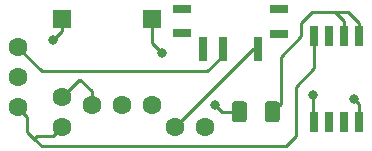
<source format=gbr>
G04 #@! TF.GenerationSoftware,KiCad,Pcbnew,5.0.2+dfsg1-1~bpo9+1*
G04 #@! TF.CreationDate,2019-09-09T18:37:33+01:00*
G04 #@! TF.ProjectId,smart_glasses_tv_b_gone,736d6172-745f-4676-9c61-737365735f74,rev?*
G04 #@! TF.SameCoordinates,Original*
G04 #@! TF.FileFunction,Copper,L1,Top*
G04 #@! TF.FilePolarity,Positive*
%FSLAX46Y46*%
G04 Gerber Fmt 4.6, Leading zero omitted, Abs format (unit mm)*
G04 Created by KiCad (PCBNEW 5.0.2+dfsg1-1~bpo9+1) date Mon 09 Sep 2019 18:37:33 BST*
%MOMM*%
%LPD*%
G01*
G04 APERTURE LIST*
G04 #@! TA.AperFunction,Conductor*
%ADD10C,0.100000*%
G04 #@! TD*
G04 #@! TA.AperFunction,SMDPad,CuDef*
%ADD11C,1.250000*%
G04 #@! TD*
G04 #@! TA.AperFunction,SMDPad,CuDef*
%ADD12R,0.800000X2.000000*%
G04 #@! TD*
G04 #@! TA.AperFunction,SMDPad,CuDef*
%ADD13R,1.500000X0.800000*%
G04 #@! TD*
G04 #@! TA.AperFunction,SMDPad,CuDef*
%ADD14R,1.524000X1.524000*%
G04 #@! TD*
G04 #@! TA.AperFunction,SMDPad,CuDef*
%ADD15R,0.650000X1.700000*%
G04 #@! TD*
G04 #@! TA.AperFunction,ComponentPad*
%ADD16C,1.600000*%
G04 #@! TD*
G04 #@! TA.AperFunction,ViaPad*
%ADD17C,0.800000*%
G04 #@! TD*
G04 #@! TA.AperFunction,Conductor*
%ADD18C,0.250000*%
G04 #@! TD*
G04 APERTURE END LIST*
D10*
G04 #@! TO.N,Net-(R1-Pad1)*
G04 #@! TO.C,150*
G36*
X133730104Y-80368104D02*
X133754373Y-80371704D01*
X133778171Y-80377665D01*
X133801271Y-80385930D01*
X133823449Y-80396420D01*
X133844493Y-80409033D01*
X133864198Y-80423647D01*
X133882377Y-80440123D01*
X133898853Y-80458302D01*
X133913467Y-80478007D01*
X133926080Y-80499051D01*
X133936570Y-80521229D01*
X133944835Y-80544329D01*
X133950796Y-80568127D01*
X133954396Y-80592396D01*
X133955600Y-80616900D01*
X133955600Y-81866900D01*
X133954396Y-81891404D01*
X133950796Y-81915673D01*
X133944835Y-81939471D01*
X133936570Y-81962571D01*
X133926080Y-81984749D01*
X133913467Y-82005793D01*
X133898853Y-82025498D01*
X133882377Y-82043677D01*
X133864198Y-82060153D01*
X133844493Y-82074767D01*
X133823449Y-82087380D01*
X133801271Y-82097870D01*
X133778171Y-82106135D01*
X133754373Y-82112096D01*
X133730104Y-82115696D01*
X133705600Y-82116900D01*
X132955600Y-82116900D01*
X132931096Y-82115696D01*
X132906827Y-82112096D01*
X132883029Y-82106135D01*
X132859929Y-82097870D01*
X132837751Y-82087380D01*
X132816707Y-82074767D01*
X132797002Y-82060153D01*
X132778823Y-82043677D01*
X132762347Y-82025498D01*
X132747733Y-82005793D01*
X132735120Y-81984749D01*
X132724630Y-81962571D01*
X132716365Y-81939471D01*
X132710404Y-81915673D01*
X132706804Y-81891404D01*
X132705600Y-81866900D01*
X132705600Y-80616900D01*
X132706804Y-80592396D01*
X132710404Y-80568127D01*
X132716365Y-80544329D01*
X132724630Y-80521229D01*
X132735120Y-80499051D01*
X132747733Y-80478007D01*
X132762347Y-80458302D01*
X132778823Y-80440123D01*
X132797002Y-80423647D01*
X132816707Y-80409033D01*
X132837751Y-80396420D01*
X132859929Y-80385930D01*
X132883029Y-80377665D01*
X132906827Y-80371704D01*
X132931096Y-80368104D01*
X132955600Y-80366900D01*
X133705600Y-80366900D01*
X133730104Y-80368104D01*
X133730104Y-80368104D01*
G37*
D11*
G04 #@! TD*
G04 #@! TO.P,150,1*
G04 #@! TO.N,Net-(R1-Pad1)*
X133330600Y-81241900D03*
D10*
G04 #@! TO.N,Net-(Q1-Pad1)*
G04 #@! TO.C,150*
G36*
X130930104Y-80368104D02*
X130954373Y-80371704D01*
X130978171Y-80377665D01*
X131001271Y-80385930D01*
X131023449Y-80396420D01*
X131044493Y-80409033D01*
X131064198Y-80423647D01*
X131082377Y-80440123D01*
X131098853Y-80458302D01*
X131113467Y-80478007D01*
X131126080Y-80499051D01*
X131136570Y-80521229D01*
X131144835Y-80544329D01*
X131150796Y-80568127D01*
X131154396Y-80592396D01*
X131155600Y-80616900D01*
X131155600Y-81866900D01*
X131154396Y-81891404D01*
X131150796Y-81915673D01*
X131144835Y-81939471D01*
X131136570Y-81962571D01*
X131126080Y-81984749D01*
X131113467Y-82005793D01*
X131098853Y-82025498D01*
X131082377Y-82043677D01*
X131064198Y-82060153D01*
X131044493Y-82074767D01*
X131023449Y-82087380D01*
X131001271Y-82097870D01*
X130978171Y-82106135D01*
X130954373Y-82112096D01*
X130930104Y-82115696D01*
X130905600Y-82116900D01*
X130155600Y-82116900D01*
X130131096Y-82115696D01*
X130106827Y-82112096D01*
X130083029Y-82106135D01*
X130059929Y-82097870D01*
X130037751Y-82087380D01*
X130016707Y-82074767D01*
X129997002Y-82060153D01*
X129978823Y-82043677D01*
X129962347Y-82025498D01*
X129947733Y-82005793D01*
X129935120Y-81984749D01*
X129924630Y-81962571D01*
X129916365Y-81939471D01*
X129910404Y-81915673D01*
X129906804Y-81891404D01*
X129905600Y-81866900D01*
X129905600Y-80616900D01*
X129906804Y-80592396D01*
X129910404Y-80568127D01*
X129916365Y-80544329D01*
X129924630Y-80521229D01*
X129935120Y-80499051D01*
X129947733Y-80478007D01*
X129962347Y-80458302D01*
X129978823Y-80440123D01*
X129997002Y-80423647D01*
X130016707Y-80409033D01*
X130037751Y-80396420D01*
X130059929Y-80385930D01*
X130083029Y-80377665D01*
X130106827Y-80371704D01*
X130131096Y-80368104D01*
X130155600Y-80366900D01*
X130905600Y-80366900D01*
X130930104Y-80368104D01*
X130930104Y-80368104D01*
G37*
D11*
G04 #@! TD*
G04 #@! TO.P,150,2*
G04 #@! TO.N,Net-(Q1-Pad1)*
X130530600Y-81241900D03*
D12*
G04 #@! TO.P,SW1,1*
G04 #@! TO.N,Net-(SW1-Pad1)*
X132130800Y-75946000D03*
G04 #@! TO.P,SW1,3*
G04 #@! TO.N,N/C*
X127419100Y-75946000D03*
G04 #@! TO.P,SW1,2*
G04 #@! TO.N,Net-(SW1-Pad2)*
X129120900Y-75946000D03*
D13*
G04 #@! TO.P,SW1,4*
G04 #@! TO.N,N/C*
X125691900Y-74612500D03*
X125704600Y-72504300D03*
X133858000Y-74625200D03*
X133858000Y-72504300D03*
G04 #@! TD*
D14*
G04 #@! TO.P,SW2,1*
G04 #@! TO.N,Net-(SW2-Pad1)*
X123101100Y-73393300D03*
G04 #@! TO.P,SW2,2*
G04 #@! TO.N,Net-(Q1-Pad2)*
X115481100Y-73393300D03*
G04 #@! TD*
D15*
G04 #@! TO.P,U1,1*
G04 #@! TO.N,Net-(SW2-Pad1)*
X136880600Y-82136000D03*
G04 #@! TO.P,U1,2*
G04 #@! TO.N,Net-(U1-Pad2)*
X138150600Y-82136000D03*
G04 #@! TO.P,U1,3*
G04 #@! TO.N,Net-(U1-Pad3)*
X139420600Y-82136000D03*
G04 #@! TO.P,U1,4*
G04 #@! TO.N,Net-(Q1-Pad2)*
X140690600Y-82136000D03*
G04 #@! TO.P,U1,5*
G04 #@! TO.N,Net-(R1-Pad1)*
X140690600Y-74836000D03*
G04 #@! TO.P,U1,6*
X139420600Y-74836000D03*
G04 #@! TO.P,U1,7*
G04 #@! TO.N,Net-(U1-Pad7)*
X138150600Y-74836000D03*
G04 #@! TO.P,U1,8*
G04 #@! TO.N,Net-(D1-Pad2)*
X136880600Y-74836000D03*
G04 #@! TD*
D16*
G04 #@! TO.P,U4,1*
G04 #@! TO.N,Net-(Q1-Pad2)*
X127660400Y-82524600D03*
G04 #@! TO.P,U4,2*
G04 #@! TO.N,Net-(SW1-Pad1)*
X125120400Y-82524600D03*
G04 #@! TD*
G04 #@! TO.P,D1,2*
G04 #@! TO.N,Net-(D1-Pad2)*
X115544600Y-82494120D03*
G04 #@! TO.P,D1,1*
G04 #@! TO.N,Net-(D1-Pad1)*
X115544600Y-79959200D03*
G04 #@! TD*
G04 #@! TO.P,Q1,1*
G04 #@! TO.N,Net-(Q1-Pad1)*
X120573800Y-80657700D03*
G04 #@! TO.P,Q1,2*
G04 #@! TO.N,Net-(Q1-Pad2)*
X123113800Y-80657700D03*
G04 #@! TO.P,Q1,3*
G04 #@! TO.N,Net-(D1-Pad1)*
X118033800Y-80657700D03*
G04 #@! TD*
G04 #@! TO.P,U2,1*
G04 #@! TO.N,Net-(SW1-Pad2)*
X111823500Y-75793600D03*
G04 #@! TO.P,U2,2*
G04 #@! TO.N,Net-(Q1-Pad2)*
X111823500Y-78333600D03*
G04 #@! TO.P,U2,3*
G04 #@! TO.N,Net-(D1-Pad2)*
X111823500Y-80873600D03*
G04 #@! TD*
D17*
G04 #@! TO.N,Net-(Q1-Pad1)*
X128485900Y-80657700D03*
G04 #@! TO.N,Net-(Q1-Pad2)*
X114757200Y-75158600D03*
X140271500Y-80149700D03*
G04 #@! TO.N,Net-(SW2-Pad1)*
X123977400Y-76263500D03*
X136791700Y-79794100D03*
G04 #@! TD*
D18*
G04 #@! TO.N,Net-(D1-Pad1)*
X118033800Y-79526330D02*
X117081300Y-78573830D01*
X118033800Y-80657700D02*
X118033800Y-79526330D01*
X116929970Y-78573830D02*
X115544600Y-79959200D01*
X117081300Y-78573830D02*
X116929970Y-78573830D01*
G04 #@! TO.N,Net-(SW1-Pad2)*
X129120900Y-76546000D02*
X127841300Y-77825600D01*
X129120900Y-75946000D02*
X129120900Y-76546000D01*
X113792000Y-77825600D02*
X111785400Y-75819000D01*
X127841300Y-77825600D02*
X113792000Y-77825600D01*
G04 #@! TO.N,Net-(SW1-Pad1)*
X131699000Y-75946000D02*
X132130800Y-75946000D01*
X125120400Y-82524600D02*
X131699000Y-75946000D01*
G04 #@! TO.N,Net-(Q1-Pad1)*
X129070100Y-81241900D02*
X128485900Y-80657700D01*
X130530600Y-81241900D02*
X129070100Y-81241900D01*
G04 #@! TO.N,Net-(Q1-Pad2)*
X115481100Y-74434700D02*
X114757200Y-75158600D01*
X115481100Y-73393300D02*
X115481100Y-74434700D01*
X140690600Y-80568800D02*
X140271500Y-80149700D01*
X140690600Y-82136000D02*
X140690600Y-80568800D01*
G04 #@! TO.N,Net-(D1-Pad2)*
X112585399Y-81698999D02*
X112585399Y-82918199D01*
X111785400Y-80899000D02*
X112585399Y-81698999D01*
X113804700Y-84137500D02*
X134467600Y-84137500D01*
X134467600Y-84137500D02*
X135331200Y-83273900D01*
X135331200Y-83273900D02*
X135331200Y-79121000D01*
X136880600Y-77571600D02*
X136880600Y-74836000D01*
X135331200Y-79121000D02*
X136880600Y-77571600D01*
X114744601Y-83294119D02*
X113403481Y-83294119D01*
X115544600Y-82494120D02*
X114744601Y-83294119D01*
X112585399Y-82918199D02*
X113182400Y-83515200D01*
X113403481Y-83294119D02*
X113182400Y-83515200D01*
X113182400Y-83515200D02*
X113804700Y-84137500D01*
G04 #@! TO.N,Net-(SW2-Pad1)*
X123101100Y-75387200D02*
X123977400Y-76263500D01*
X123101100Y-73393300D02*
X123101100Y-75387200D01*
X136791700Y-82047100D02*
X136880600Y-82136000D01*
X136791700Y-79794100D02*
X136791700Y-82047100D01*
G04 #@! TO.N,Net-(R1-Pad1)*
X139420600Y-73545700D02*
X139420600Y-74836000D01*
X138658600Y-72783700D02*
X139420600Y-73545700D01*
X136690100Y-72783700D02*
X138658600Y-72783700D01*
X135763000Y-73710800D02*
X136690100Y-72783700D01*
X133330600Y-81241900D02*
X134026310Y-80546190D01*
X134026310Y-76590490D02*
X135763000Y-74853800D01*
X134026310Y-80546190D02*
X134026310Y-76590490D01*
X135763000Y-74853800D02*
X135763000Y-73710800D01*
X140690600Y-73736000D02*
X139738300Y-72783700D01*
X139738300Y-72783700D02*
X138658600Y-72783700D01*
X140690600Y-74836000D02*
X140690600Y-73736000D01*
G04 #@! TD*
M02*

</source>
